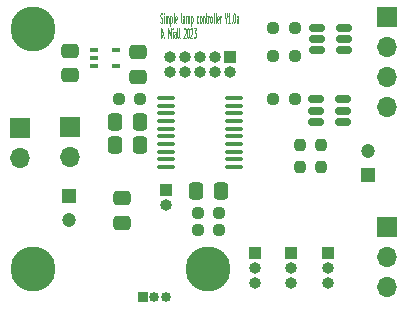
<source format=gbr>
%TF.GenerationSoftware,KiCad,Pcbnew,7.99.0-3522-gc5520b3eef-dirty*%
%TF.CreationDate,2023-12-17T14:55:43+00:00*%
%TF.ProjectId,lamp-controller,6c616d70-2d63-46f6-9e74-726f6c6c6572,rev?*%
%TF.SameCoordinates,Original*%
%TF.FileFunction,Soldermask,Top*%
%TF.FilePolarity,Negative*%
%FSLAX46Y46*%
G04 Gerber Fmt 4.6, Leading zero omitted, Abs format (unit mm)*
G04 Created by KiCad (PCBNEW 7.99.0-3522-gc5520b3eef-dirty) date 2023-12-17 14:55:43*
%MOMM*%
%LPD*%
G01*
G04 APERTURE LIST*
G04 Aperture macros list*
%AMRoundRect*
0 Rectangle with rounded corners*
0 $1 Rounding radius*
0 $2 $3 $4 $5 $6 $7 $8 $9 X,Y pos of 4 corners*
0 Add a 4 corners polygon primitive as box body*
4,1,4,$2,$3,$4,$5,$6,$7,$8,$9,$2,$3,0*
0 Add four circle primitives for the rounded corners*
1,1,$1+$1,$2,$3*
1,1,$1+$1,$4,$5*
1,1,$1+$1,$6,$7*
1,1,$1+$1,$8,$9*
0 Add four rect primitives between the rounded corners*
20,1,$1+$1,$2,$3,$4,$5,0*
20,1,$1+$1,$4,$5,$6,$7,0*
20,1,$1+$1,$6,$7,$8,$9,0*
20,1,$1+$1,$8,$9,$2,$3,0*%
G04 Aperture macros list end*
%ADD10C,0.075000*%
%ADD11C,3.800000*%
%ADD12R,0.850000X0.850000*%
%ADD13O,0.850000X0.850000*%
%ADD14R,1.000000X1.000000*%
%ADD15O,1.000000X1.000000*%
%ADD16RoundRect,0.150000X-0.512500X-0.150000X0.512500X-0.150000X0.512500X0.150000X-0.512500X0.150000X0*%
%ADD17RoundRect,0.250000X0.337500X0.475000X-0.337500X0.475000X-0.337500X-0.475000X0.337500X-0.475000X0*%
%ADD18RoundRect,0.100000X-0.637500X-0.100000X0.637500X-0.100000X0.637500X0.100000X-0.637500X0.100000X0*%
%ADD19R,1.700000X1.700000*%
%ADD20O,1.700000X1.700000*%
%ADD21RoundRect,0.237500X0.250000X0.237500X-0.250000X0.237500X-0.250000X-0.237500X0.250000X-0.237500X0*%
%ADD22RoundRect,0.250000X-0.475000X0.337500X-0.475000X-0.337500X0.475000X-0.337500X0.475000X0.337500X0*%
%ADD23C,1.200000*%
%ADD24R,1.200000X1.200000*%
%ADD25R,0.650000X0.400000*%
%ADD26RoundRect,0.237500X0.237500X-0.250000X0.237500X0.250000X-0.237500X0.250000X-0.237500X-0.250000X0*%
%ADD27RoundRect,0.237500X-0.250000X-0.237500X0.250000X-0.237500X0.250000X0.237500X-0.250000X0.237500X0*%
G04 APERTURE END LIST*
D10*
X143406484Y-71572145D02*
X143449342Y-71610240D01*
X143449342Y-71610240D02*
X143520770Y-71610240D01*
X143520770Y-71610240D02*
X143549342Y-71572145D01*
X143549342Y-71572145D02*
X143563627Y-71534049D01*
X143563627Y-71534049D02*
X143577913Y-71457859D01*
X143577913Y-71457859D02*
X143577913Y-71381668D01*
X143577913Y-71381668D02*
X143563627Y-71305478D01*
X143563627Y-71305478D02*
X143549342Y-71267383D01*
X143549342Y-71267383D02*
X143520770Y-71229287D01*
X143520770Y-71229287D02*
X143463627Y-71191192D01*
X143463627Y-71191192D02*
X143435056Y-71153097D01*
X143435056Y-71153097D02*
X143420770Y-71115002D01*
X143420770Y-71115002D02*
X143406484Y-71038811D01*
X143406484Y-71038811D02*
X143406484Y-70962621D01*
X143406484Y-70962621D02*
X143420770Y-70886430D01*
X143420770Y-70886430D02*
X143435056Y-70848335D01*
X143435056Y-70848335D02*
X143463627Y-70810240D01*
X143463627Y-70810240D02*
X143535056Y-70810240D01*
X143535056Y-70810240D02*
X143577913Y-70848335D01*
X143706484Y-71610240D02*
X143706484Y-71076906D01*
X143706484Y-70810240D02*
X143692198Y-70848335D01*
X143692198Y-70848335D02*
X143706484Y-70886430D01*
X143706484Y-70886430D02*
X143720770Y-70848335D01*
X143720770Y-70848335D02*
X143706484Y-70810240D01*
X143706484Y-70810240D02*
X143706484Y-70886430D01*
X143849341Y-71610240D02*
X143849341Y-71076906D01*
X143849341Y-71153097D02*
X143863627Y-71115002D01*
X143863627Y-71115002D02*
X143892198Y-71076906D01*
X143892198Y-71076906D02*
X143935055Y-71076906D01*
X143935055Y-71076906D02*
X143963627Y-71115002D01*
X143963627Y-71115002D02*
X143977913Y-71191192D01*
X143977913Y-71191192D02*
X143977913Y-71610240D01*
X143977913Y-71191192D02*
X143992198Y-71115002D01*
X143992198Y-71115002D02*
X144020770Y-71076906D01*
X144020770Y-71076906D02*
X144063627Y-71076906D01*
X144063627Y-71076906D02*
X144092198Y-71115002D01*
X144092198Y-71115002D02*
X144106484Y-71191192D01*
X144106484Y-71191192D02*
X144106484Y-71610240D01*
X144249341Y-71076906D02*
X144249341Y-71876906D01*
X144249341Y-71115002D02*
X144277913Y-71076906D01*
X144277913Y-71076906D02*
X144335055Y-71076906D01*
X144335055Y-71076906D02*
X144363627Y-71115002D01*
X144363627Y-71115002D02*
X144377913Y-71153097D01*
X144377913Y-71153097D02*
X144392198Y-71229287D01*
X144392198Y-71229287D02*
X144392198Y-71457859D01*
X144392198Y-71457859D02*
X144377913Y-71534049D01*
X144377913Y-71534049D02*
X144363627Y-71572145D01*
X144363627Y-71572145D02*
X144335055Y-71610240D01*
X144335055Y-71610240D02*
X144277913Y-71610240D01*
X144277913Y-71610240D02*
X144249341Y-71572145D01*
X144563627Y-71610240D02*
X144535056Y-71572145D01*
X144535056Y-71572145D02*
X144520770Y-71495954D01*
X144520770Y-71495954D02*
X144520770Y-70810240D01*
X144792199Y-71572145D02*
X144763627Y-71610240D01*
X144763627Y-71610240D02*
X144706485Y-71610240D01*
X144706485Y-71610240D02*
X144677913Y-71572145D01*
X144677913Y-71572145D02*
X144663627Y-71495954D01*
X144663627Y-71495954D02*
X144663627Y-71191192D01*
X144663627Y-71191192D02*
X144677913Y-71115002D01*
X144677913Y-71115002D02*
X144706485Y-71076906D01*
X144706485Y-71076906D02*
X144763627Y-71076906D01*
X144763627Y-71076906D02*
X144792199Y-71115002D01*
X144792199Y-71115002D02*
X144806485Y-71191192D01*
X144806485Y-71191192D02*
X144806485Y-71267383D01*
X144806485Y-71267383D02*
X144663627Y-71343573D01*
X145206484Y-71610240D02*
X145177913Y-71572145D01*
X145177913Y-71572145D02*
X145163627Y-71495954D01*
X145163627Y-71495954D02*
X145163627Y-70810240D01*
X145449342Y-71610240D02*
X145449342Y-71191192D01*
X145449342Y-71191192D02*
X145435056Y-71115002D01*
X145435056Y-71115002D02*
X145406484Y-71076906D01*
X145406484Y-71076906D02*
X145349342Y-71076906D01*
X145349342Y-71076906D02*
X145320770Y-71115002D01*
X145449342Y-71572145D02*
X145420770Y-71610240D01*
X145420770Y-71610240D02*
X145349342Y-71610240D01*
X145349342Y-71610240D02*
X145320770Y-71572145D01*
X145320770Y-71572145D02*
X145306484Y-71495954D01*
X145306484Y-71495954D02*
X145306484Y-71419764D01*
X145306484Y-71419764D02*
X145320770Y-71343573D01*
X145320770Y-71343573D02*
X145349342Y-71305478D01*
X145349342Y-71305478D02*
X145420770Y-71305478D01*
X145420770Y-71305478D02*
X145449342Y-71267383D01*
X145592199Y-71610240D02*
X145592199Y-71076906D01*
X145592199Y-71153097D02*
X145606485Y-71115002D01*
X145606485Y-71115002D02*
X145635056Y-71076906D01*
X145635056Y-71076906D02*
X145677913Y-71076906D01*
X145677913Y-71076906D02*
X145706485Y-71115002D01*
X145706485Y-71115002D02*
X145720771Y-71191192D01*
X145720771Y-71191192D02*
X145720771Y-71610240D01*
X145720771Y-71191192D02*
X145735056Y-71115002D01*
X145735056Y-71115002D02*
X145763628Y-71076906D01*
X145763628Y-71076906D02*
X145806485Y-71076906D01*
X145806485Y-71076906D02*
X145835056Y-71115002D01*
X145835056Y-71115002D02*
X145849342Y-71191192D01*
X145849342Y-71191192D02*
X145849342Y-71610240D01*
X145992199Y-71076906D02*
X145992199Y-71876906D01*
X145992199Y-71115002D02*
X146020771Y-71076906D01*
X146020771Y-71076906D02*
X146077913Y-71076906D01*
X146077913Y-71076906D02*
X146106485Y-71115002D01*
X146106485Y-71115002D02*
X146120771Y-71153097D01*
X146120771Y-71153097D02*
X146135056Y-71229287D01*
X146135056Y-71229287D02*
X146135056Y-71457859D01*
X146135056Y-71457859D02*
X146120771Y-71534049D01*
X146120771Y-71534049D02*
X146106485Y-71572145D01*
X146106485Y-71572145D02*
X146077913Y-71610240D01*
X146077913Y-71610240D02*
X146020771Y-71610240D01*
X146020771Y-71610240D02*
X145992199Y-71572145D01*
X146620771Y-71572145D02*
X146592199Y-71610240D01*
X146592199Y-71610240D02*
X146535056Y-71610240D01*
X146535056Y-71610240D02*
X146506485Y-71572145D01*
X146506485Y-71572145D02*
X146492199Y-71534049D01*
X146492199Y-71534049D02*
X146477913Y-71457859D01*
X146477913Y-71457859D02*
X146477913Y-71229287D01*
X146477913Y-71229287D02*
X146492199Y-71153097D01*
X146492199Y-71153097D02*
X146506485Y-71115002D01*
X146506485Y-71115002D02*
X146535056Y-71076906D01*
X146535056Y-71076906D02*
X146592199Y-71076906D01*
X146592199Y-71076906D02*
X146620771Y-71115002D01*
X146792199Y-71610240D02*
X146763628Y-71572145D01*
X146763628Y-71572145D02*
X146749342Y-71534049D01*
X146749342Y-71534049D02*
X146735056Y-71457859D01*
X146735056Y-71457859D02*
X146735056Y-71229287D01*
X146735056Y-71229287D02*
X146749342Y-71153097D01*
X146749342Y-71153097D02*
X146763628Y-71115002D01*
X146763628Y-71115002D02*
X146792199Y-71076906D01*
X146792199Y-71076906D02*
X146835056Y-71076906D01*
X146835056Y-71076906D02*
X146863628Y-71115002D01*
X146863628Y-71115002D02*
X146877914Y-71153097D01*
X146877914Y-71153097D02*
X146892199Y-71229287D01*
X146892199Y-71229287D02*
X146892199Y-71457859D01*
X146892199Y-71457859D02*
X146877914Y-71534049D01*
X146877914Y-71534049D02*
X146863628Y-71572145D01*
X146863628Y-71572145D02*
X146835056Y-71610240D01*
X146835056Y-71610240D02*
X146792199Y-71610240D01*
X147020771Y-71076906D02*
X147020771Y-71610240D01*
X147020771Y-71153097D02*
X147035057Y-71115002D01*
X147035057Y-71115002D02*
X147063628Y-71076906D01*
X147063628Y-71076906D02*
X147106485Y-71076906D01*
X147106485Y-71076906D02*
X147135057Y-71115002D01*
X147135057Y-71115002D02*
X147149343Y-71191192D01*
X147149343Y-71191192D02*
X147149343Y-71610240D01*
X147249343Y-71076906D02*
X147363629Y-71076906D01*
X147292200Y-70810240D02*
X147292200Y-71495954D01*
X147292200Y-71495954D02*
X147306486Y-71572145D01*
X147306486Y-71572145D02*
X147335057Y-71610240D01*
X147335057Y-71610240D02*
X147363629Y-71610240D01*
X147463629Y-71610240D02*
X147463629Y-71076906D01*
X147463629Y-71229287D02*
X147477915Y-71153097D01*
X147477915Y-71153097D02*
X147492201Y-71115002D01*
X147492201Y-71115002D02*
X147520772Y-71076906D01*
X147520772Y-71076906D02*
X147549343Y-71076906D01*
X147692200Y-71610240D02*
X147663629Y-71572145D01*
X147663629Y-71572145D02*
X147649343Y-71534049D01*
X147649343Y-71534049D02*
X147635057Y-71457859D01*
X147635057Y-71457859D02*
X147635057Y-71229287D01*
X147635057Y-71229287D02*
X147649343Y-71153097D01*
X147649343Y-71153097D02*
X147663629Y-71115002D01*
X147663629Y-71115002D02*
X147692200Y-71076906D01*
X147692200Y-71076906D02*
X147735057Y-71076906D01*
X147735057Y-71076906D02*
X147763629Y-71115002D01*
X147763629Y-71115002D02*
X147777915Y-71153097D01*
X147777915Y-71153097D02*
X147792200Y-71229287D01*
X147792200Y-71229287D02*
X147792200Y-71457859D01*
X147792200Y-71457859D02*
X147777915Y-71534049D01*
X147777915Y-71534049D02*
X147763629Y-71572145D01*
X147763629Y-71572145D02*
X147735057Y-71610240D01*
X147735057Y-71610240D02*
X147692200Y-71610240D01*
X147963629Y-71610240D02*
X147935058Y-71572145D01*
X147935058Y-71572145D02*
X147920772Y-71495954D01*
X147920772Y-71495954D02*
X147920772Y-70810240D01*
X148120772Y-71610240D02*
X148092201Y-71572145D01*
X148092201Y-71572145D02*
X148077915Y-71495954D01*
X148077915Y-71495954D02*
X148077915Y-70810240D01*
X148349344Y-71572145D02*
X148320772Y-71610240D01*
X148320772Y-71610240D02*
X148263630Y-71610240D01*
X148263630Y-71610240D02*
X148235058Y-71572145D01*
X148235058Y-71572145D02*
X148220772Y-71495954D01*
X148220772Y-71495954D02*
X148220772Y-71191192D01*
X148220772Y-71191192D02*
X148235058Y-71115002D01*
X148235058Y-71115002D02*
X148263630Y-71076906D01*
X148263630Y-71076906D02*
X148320772Y-71076906D01*
X148320772Y-71076906D02*
X148349344Y-71115002D01*
X148349344Y-71115002D02*
X148363630Y-71191192D01*
X148363630Y-71191192D02*
X148363630Y-71267383D01*
X148363630Y-71267383D02*
X148220772Y-71343573D01*
X148492201Y-71610240D02*
X148492201Y-71076906D01*
X148492201Y-71229287D02*
X148506487Y-71153097D01*
X148506487Y-71153097D02*
X148520773Y-71115002D01*
X148520773Y-71115002D02*
X148549344Y-71076906D01*
X148549344Y-71076906D02*
X148577915Y-71076906D01*
X148863629Y-70810240D02*
X148963629Y-71610240D01*
X148963629Y-71610240D02*
X149063629Y-70810240D01*
X149320772Y-71610240D02*
X149149343Y-71610240D01*
X149235058Y-71610240D02*
X149235058Y-70810240D01*
X149235058Y-70810240D02*
X149206486Y-70924525D01*
X149206486Y-70924525D02*
X149177915Y-71000716D01*
X149177915Y-71000716D02*
X149149343Y-71038811D01*
X149449343Y-71534049D02*
X149463629Y-71572145D01*
X149463629Y-71572145D02*
X149449343Y-71610240D01*
X149449343Y-71610240D02*
X149435057Y-71572145D01*
X149435057Y-71572145D02*
X149449343Y-71534049D01*
X149449343Y-71534049D02*
X149449343Y-71610240D01*
X149649343Y-70810240D02*
X149677914Y-70810240D01*
X149677914Y-70810240D02*
X149706486Y-70848335D01*
X149706486Y-70848335D02*
X149720772Y-70886430D01*
X149720772Y-70886430D02*
X149735057Y-70962621D01*
X149735057Y-70962621D02*
X149749343Y-71115002D01*
X149749343Y-71115002D02*
X149749343Y-71305478D01*
X149749343Y-71305478D02*
X149735057Y-71457859D01*
X149735057Y-71457859D02*
X149720772Y-71534049D01*
X149720772Y-71534049D02*
X149706486Y-71572145D01*
X149706486Y-71572145D02*
X149677914Y-71610240D01*
X149677914Y-71610240D02*
X149649343Y-71610240D01*
X149649343Y-71610240D02*
X149620772Y-71572145D01*
X149620772Y-71572145D02*
X149606486Y-71534049D01*
X149606486Y-71534049D02*
X149592200Y-71457859D01*
X149592200Y-71457859D02*
X149577914Y-71305478D01*
X149577914Y-71305478D02*
X149577914Y-71115002D01*
X149577914Y-71115002D02*
X149592200Y-70962621D01*
X149592200Y-70962621D02*
X149606486Y-70886430D01*
X149606486Y-70886430D02*
X149620772Y-70848335D01*
X149620772Y-70848335D02*
X149649343Y-70810240D01*
X150006486Y-71610240D02*
X150006486Y-71191192D01*
X150006486Y-71191192D02*
X149992200Y-71115002D01*
X149992200Y-71115002D02*
X149963628Y-71076906D01*
X149963628Y-71076906D02*
X149906486Y-71076906D01*
X149906486Y-71076906D02*
X149877914Y-71115002D01*
X150006486Y-71572145D02*
X149977914Y-71610240D01*
X149977914Y-71610240D02*
X149906486Y-71610240D01*
X149906486Y-71610240D02*
X149877914Y-71572145D01*
X149877914Y-71572145D02*
X149863628Y-71495954D01*
X149863628Y-71495954D02*
X149863628Y-71419764D01*
X149863628Y-71419764D02*
X149877914Y-71343573D01*
X149877914Y-71343573D02*
X149906486Y-71305478D01*
X149906486Y-71305478D02*
X149977914Y-71305478D01*
X149977914Y-71305478D02*
X150006486Y-71267383D01*
X143420770Y-72898195D02*
X143420770Y-72098195D01*
X143420770Y-72098195D02*
X143492199Y-72098195D01*
X143492199Y-72098195D02*
X143535056Y-72136290D01*
X143535056Y-72136290D02*
X143563627Y-72212480D01*
X143563627Y-72212480D02*
X143577913Y-72288671D01*
X143577913Y-72288671D02*
X143592199Y-72441052D01*
X143592199Y-72441052D02*
X143592199Y-72555338D01*
X143592199Y-72555338D02*
X143577913Y-72707719D01*
X143577913Y-72707719D02*
X143563627Y-72783909D01*
X143563627Y-72783909D02*
X143535056Y-72860100D01*
X143535056Y-72860100D02*
X143492199Y-72898195D01*
X143492199Y-72898195D02*
X143420770Y-72898195D01*
X143720770Y-72822004D02*
X143735056Y-72860100D01*
X143735056Y-72860100D02*
X143720770Y-72898195D01*
X143720770Y-72898195D02*
X143706484Y-72860100D01*
X143706484Y-72860100D02*
X143720770Y-72822004D01*
X143720770Y-72822004D02*
X143720770Y-72898195D01*
X144092198Y-72898195D02*
X144092198Y-72098195D01*
X144092198Y-72098195D02*
X144192198Y-72669623D01*
X144192198Y-72669623D02*
X144292198Y-72098195D01*
X144292198Y-72098195D02*
X144292198Y-72898195D01*
X144435055Y-72898195D02*
X144435055Y-72364861D01*
X144435055Y-72098195D02*
X144420769Y-72136290D01*
X144420769Y-72136290D02*
X144435055Y-72174385D01*
X144435055Y-72174385D02*
X144449341Y-72136290D01*
X144449341Y-72136290D02*
X144435055Y-72098195D01*
X144435055Y-72098195D02*
X144435055Y-72174385D01*
X144706484Y-72898195D02*
X144706484Y-72479147D01*
X144706484Y-72479147D02*
X144692198Y-72402957D01*
X144692198Y-72402957D02*
X144663626Y-72364861D01*
X144663626Y-72364861D02*
X144606484Y-72364861D01*
X144606484Y-72364861D02*
X144577912Y-72402957D01*
X144706484Y-72860100D02*
X144677912Y-72898195D01*
X144677912Y-72898195D02*
X144606484Y-72898195D01*
X144606484Y-72898195D02*
X144577912Y-72860100D01*
X144577912Y-72860100D02*
X144563626Y-72783909D01*
X144563626Y-72783909D02*
X144563626Y-72707719D01*
X144563626Y-72707719D02*
X144577912Y-72631528D01*
X144577912Y-72631528D02*
X144606484Y-72593433D01*
X144606484Y-72593433D02*
X144677912Y-72593433D01*
X144677912Y-72593433D02*
X144706484Y-72555338D01*
X144892198Y-72898195D02*
X144863627Y-72860100D01*
X144863627Y-72860100D02*
X144849341Y-72783909D01*
X144849341Y-72783909D02*
X144849341Y-72098195D01*
X145049341Y-72898195D02*
X145020770Y-72860100D01*
X145020770Y-72860100D02*
X145006484Y-72783909D01*
X145006484Y-72783909D02*
X145006484Y-72098195D01*
X145377912Y-72174385D02*
X145392198Y-72136290D01*
X145392198Y-72136290D02*
X145420770Y-72098195D01*
X145420770Y-72098195D02*
X145492198Y-72098195D01*
X145492198Y-72098195D02*
X145520770Y-72136290D01*
X145520770Y-72136290D02*
X145535055Y-72174385D01*
X145535055Y-72174385D02*
X145549341Y-72250576D01*
X145549341Y-72250576D02*
X145549341Y-72326766D01*
X145549341Y-72326766D02*
X145535055Y-72441052D01*
X145535055Y-72441052D02*
X145363627Y-72898195D01*
X145363627Y-72898195D02*
X145549341Y-72898195D01*
X145735055Y-72098195D02*
X145763626Y-72098195D01*
X145763626Y-72098195D02*
X145792198Y-72136290D01*
X145792198Y-72136290D02*
X145806484Y-72174385D01*
X145806484Y-72174385D02*
X145820769Y-72250576D01*
X145820769Y-72250576D02*
X145835055Y-72402957D01*
X145835055Y-72402957D02*
X145835055Y-72593433D01*
X145835055Y-72593433D02*
X145820769Y-72745814D01*
X145820769Y-72745814D02*
X145806484Y-72822004D01*
X145806484Y-72822004D02*
X145792198Y-72860100D01*
X145792198Y-72860100D02*
X145763626Y-72898195D01*
X145763626Y-72898195D02*
X145735055Y-72898195D01*
X145735055Y-72898195D02*
X145706484Y-72860100D01*
X145706484Y-72860100D02*
X145692198Y-72822004D01*
X145692198Y-72822004D02*
X145677912Y-72745814D01*
X145677912Y-72745814D02*
X145663626Y-72593433D01*
X145663626Y-72593433D02*
X145663626Y-72402957D01*
X145663626Y-72402957D02*
X145677912Y-72250576D01*
X145677912Y-72250576D02*
X145692198Y-72174385D01*
X145692198Y-72174385D02*
X145706484Y-72136290D01*
X145706484Y-72136290D02*
X145735055Y-72098195D01*
X145949340Y-72174385D02*
X145963626Y-72136290D01*
X145963626Y-72136290D02*
X145992198Y-72098195D01*
X145992198Y-72098195D02*
X146063626Y-72098195D01*
X146063626Y-72098195D02*
X146092198Y-72136290D01*
X146092198Y-72136290D02*
X146106483Y-72174385D01*
X146106483Y-72174385D02*
X146120769Y-72250576D01*
X146120769Y-72250576D02*
X146120769Y-72326766D01*
X146120769Y-72326766D02*
X146106483Y-72441052D01*
X146106483Y-72441052D02*
X145935055Y-72898195D01*
X145935055Y-72898195D02*
X146120769Y-72898195D01*
X146220769Y-72098195D02*
X146406483Y-72098195D01*
X146406483Y-72098195D02*
X146306483Y-72402957D01*
X146306483Y-72402957D02*
X146349340Y-72402957D01*
X146349340Y-72402957D02*
X146377912Y-72441052D01*
X146377912Y-72441052D02*
X146392197Y-72479147D01*
X146392197Y-72479147D02*
X146406483Y-72555338D01*
X146406483Y-72555338D02*
X146406483Y-72745814D01*
X146406483Y-72745814D02*
X146392197Y-72822004D01*
X146392197Y-72822004D02*
X146377912Y-72860100D01*
X146377912Y-72860100D02*
X146349340Y-72898195D01*
X146349340Y-72898195D02*
X146263626Y-72898195D01*
X146263626Y-72898195D02*
X146235054Y-72860100D01*
X146235054Y-72860100D02*
X146220769Y-72822004D01*
D11*
%TO.C,H3*%
X147420000Y-92500000D03*
%TD*%
%TO.C,H2*%
X132600000Y-92500000D03*
%TD*%
%TO.C,H1*%
X132600000Y-72180000D03*
%TD*%
D12*
%TO.C,J5*%
X141900000Y-94800000D03*
D13*
X142900000Y-94800000D03*
X143900000Y-94800000D03*
%TD*%
D14*
%TO.C,SW2*%
X143887500Y-85800000D03*
D15*
X143887500Y-87070000D03*
%TD*%
D14*
%TO.C,RV3*%
X157600000Y-91100000D03*
D15*
X157600000Y-92370000D03*
X157600000Y-93640000D03*
%TD*%
%TO.C,RV2*%
X154500000Y-93640000D03*
X154500000Y-92370000D03*
D14*
X154500000Y-91100000D03*
%TD*%
D15*
%TO.C,RV1*%
X151400000Y-93640000D03*
X151400000Y-92370000D03*
D14*
X151400000Y-91100000D03*
%TD*%
D16*
%TO.C,Q1*%
X156600000Y-78100000D03*
X156600000Y-79050000D03*
X156600000Y-80000000D03*
X158875000Y-80000000D03*
X158875000Y-79050000D03*
X158875000Y-78100000D03*
%TD*%
D17*
%TO.C,C7*%
X146450000Y-85900000D03*
X148525000Y-85900000D03*
%TD*%
D18*
%TO.C,U2*%
X149600000Y-77980000D03*
X149600000Y-78630000D03*
X149600000Y-79280000D03*
X149600000Y-79930000D03*
X149600000Y-80580000D03*
X149600000Y-81230000D03*
X149600000Y-81880000D03*
X149600000Y-82530000D03*
X149600000Y-83180000D03*
X149600000Y-83830000D03*
X143875000Y-83830000D03*
X143875000Y-83180000D03*
X143875000Y-82530000D03*
X143875000Y-81880000D03*
X143875000Y-81230000D03*
X143875000Y-80580000D03*
X143875000Y-79930000D03*
X143875000Y-79280000D03*
X143875000Y-78630000D03*
X143875000Y-77980000D03*
%TD*%
D19*
%TO.C,J1*%
X131500000Y-80500000D03*
D20*
X131500000Y-83040000D03*
%TD*%
D14*
%TO.C,J2*%
X149270000Y-74530000D03*
D15*
X149270000Y-75800000D03*
X148000000Y-74530000D03*
X148000000Y-75800000D03*
X146730000Y-74530000D03*
X146730000Y-75800000D03*
X145460000Y-74530000D03*
X145460000Y-75800000D03*
X144190000Y-74530000D03*
X144190000Y-75800000D03*
%TD*%
D21*
%TO.C,R5*%
X148400000Y-89200000D03*
X146575000Y-89200000D03*
%TD*%
D22*
%TO.C,C4*%
X140200000Y-86475000D03*
X140200000Y-88550000D03*
%TD*%
D21*
%TO.C,R8*%
X152962500Y-78100000D03*
X154787500Y-78100000D03*
%TD*%
%TO.C,R4*%
X154800000Y-72100000D03*
X152975000Y-72100000D03*
%TD*%
D17*
%TO.C,C6*%
X139600000Y-82000000D03*
X141675000Y-82000000D03*
%TD*%
D21*
%TO.C,R1*%
X139895000Y-78105000D03*
X141720000Y-78105000D03*
%TD*%
D17*
%TO.C,C5*%
X141675000Y-80000000D03*
X139600000Y-80000000D03*
%TD*%
D23*
%TO.C,C8*%
X161000000Y-82500000D03*
D24*
X161000000Y-84500000D03*
%TD*%
D25*
%TO.C,U1*%
X139670000Y-73955000D03*
X139670000Y-75255000D03*
X137770000Y-75255000D03*
X137770000Y-74605000D03*
X137770000Y-73955000D03*
%TD*%
D19*
%TO.C,SW1*%
X135750000Y-80475000D03*
D20*
X135750000Y-83015000D03*
%TD*%
D22*
%TO.C,C3*%
X141520000Y-76180000D03*
X141520000Y-74105000D03*
%TD*%
D21*
%TO.C,R6*%
X154787500Y-74400000D03*
X152962500Y-74400000D03*
%TD*%
D26*
%TO.C,R3*%
X157000000Y-83800000D03*
X157000000Y-81975000D03*
%TD*%
%TO.C,R2*%
X155200000Y-83800000D03*
X155200000Y-81975000D03*
%TD*%
D20*
%TO.C,J3*%
X162600000Y-78740000D03*
X162600000Y-76200000D03*
X162600000Y-73660000D03*
D19*
X162600000Y-71120000D03*
%TD*%
D20*
%TO.C,J4*%
X162560000Y-93980000D03*
X162560000Y-91440000D03*
D19*
X162560000Y-88900000D03*
%TD*%
D24*
%TO.C,C2*%
X135700000Y-86300000D03*
D23*
X135700000Y-88300000D03*
%TD*%
D22*
%TO.C,C1*%
X135750000Y-76075000D03*
X135750000Y-74000000D03*
%TD*%
D27*
%TO.C,R7*%
X146575000Y-87700000D03*
X148400000Y-87700000D03*
%TD*%
D16*
%TO.C,Q2*%
X156662500Y-72050000D03*
X156662500Y-73000000D03*
X156662500Y-73950000D03*
X158937500Y-73950000D03*
X158937500Y-73000000D03*
X158937500Y-72050000D03*
%TD*%
M02*

</source>
